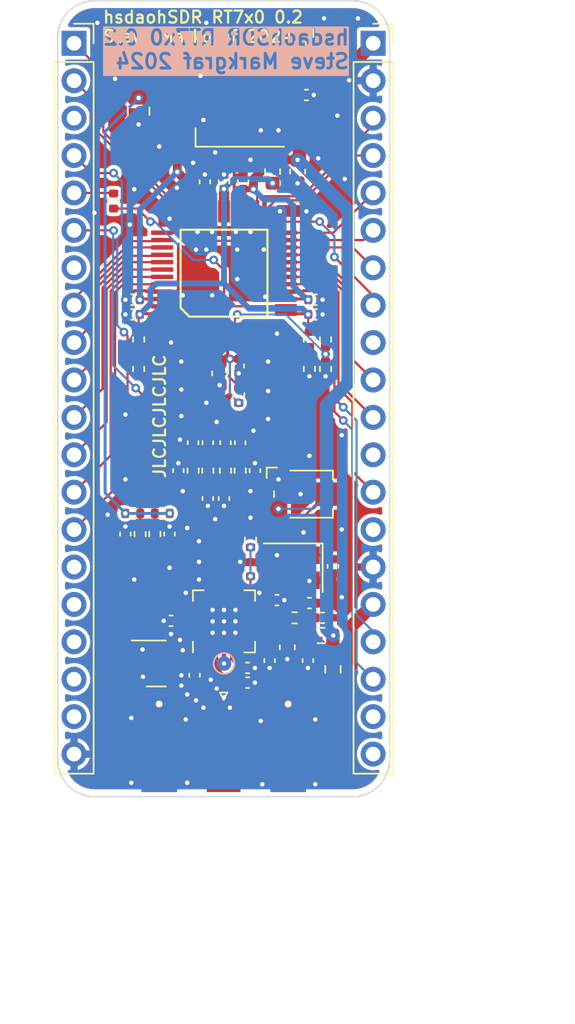
<source format=kicad_pcb>
(kicad_pcb (version 20221018) (generator pcbnew)
  (layers (0 "F.Cu" signal) (31 "B.Cu" signal) (34 "B.Paste" user) (35 "F.Paste" user) (36 "B.SilkS" user "B.Silkscreen") (37 "F.SilkS" user "F.Silkscreen") (38 "B.Mask" user) (39 "F.Mask" user) (44 "Edge.Cuts" user))
  (net 0 "")
  (net 1 "GND")
  (net 2 "3V3_RF")
  (net 3 "XTAL1")
  (net 4 "XTAL2")
  (net 5 "Net-(C1-Pad2)")
  (net 6 "I_N")
  (net 7 "Q_N")
  (net 8 "I_P")
  (net 9 "Q_P")
  (net 10 "I2C_SDA")
  (net 11 "I2C_SCL")
  (net 12 "AGC")
  (net 13 "3V3")
  (net 14 "5V_IN")
  (net 15 "Net-(U3-REFIN_A)")
  (net 16 "Net-(J1-In)")
  (net 22 "3V3_FPGA")
  (net 28 "Net-(U1-DET)")
  (net 29 "SCLK")
  (net 30 "SDA")
  (net 31 "Net-(R6-Pad2)")
  (net 32 "DFS")
  (net 33 "Net-(U3-S2)")
  (net 34 "Net-(U3-S1)")
  (net 35 "Net-(U1-VBG)")
  (net 36 "Net-(C7-Pad2)")
  (net 37 "Net-(U1-RFIN)")
  (net 38 "Net-(U1-CP)")
  (net 39 "ADC_CLK")
  (net 40 "D9_B")
  (net 41 "D8_B")
  (net 42 "D7_B")
  (net 43 "D6_B")
  (net 44 "D5_B")
  (net 45 "D4_B")
  (net 46 "D3_B")
  (net 47 "D2_B")
  (net 48 "D1_B")
  (net 49 "D0_B")
  (net 50 "D0_A")
  (net 51 "D1_A")
  (net 52 "D2_A")
  (net 53 "D3_A")
  (net 54 "D4_A")
  (net 55 "D5_A")
  (net 56 "D6_A")
  (net 57 "D7_A")
  (net 58 "D8_A")
  (net 59 "D9_A")
  (net 60 "Net-(J2-Pin_5)")
  (net 61 "3V3_A")
  (net 62 "BBIN")
  (net 63 "BBQN")
  (net 64 "BBIP")
  (net 65 "BBQP")
  (net 66 "Net-(C34-Pad2)")
  (net 68 "Net-(U1-LT)")
  (net 71 "Net-(C11-Pad1)")
  (net 72 "Net-(C12-Pad1)")
  (net 73 "Net-(C13-Pad1)")
  (net 74 "Net-(C14-Pad1)")
  (footprint "Capacitor_SMD:C_0402_1005Metric" (layer "F.Cu") (at 137.5 72.31 90)
    (fp_text reference "C12" hide)
    (fp_text value "100n")
  )
  (footprint "Connector_Coaxial:SMA_Molex_73251-1153_EdgeMount_Horizontal" (layer "F.Cu") (at 138.575 91.77 90)
    (fp_text reference "J1" hide)
    (fp_text value "RF_IN")
  )
  (footprint "agg:LQFP-48" (layer "F.Cu") (at 138.6 60.8 90)
    (fp_text reference "U3")
    (fp_text value "AD9218")
  )
  (footprint "Package_TO_SOT_SMD:SOT-23" (layer "F.Cu") (at 134 87.3)
    (fp_text reference "D1" hide)
    (fp_text value "BAV99")
  )
  (footprint "Resistor_SMD:R_0402_1005Metric" (layer "F.Cu") (at 132.8 67.3 90)
    (fp_text reference "R9" hide)
    (fp_text value "0R")
  )
  (footprint "Capacitor_SMD:C_0402_1005Metric" (layer "F.Cu") (at 136.5 72.31 90)
    (fp_text reference "C14" hide)
    (fp_text value "100n")
  )
  (footprint "Capacitor_SMD:C_0402_1005Metric" (layer "F.Cu") (at 140.4 80.9 -90)
    (fp_text reference "C17" hide)
    (fp_text value "100n")
  )
  (footprint "Resistor_SMD:R_0402_1005Metric" (layer "F.Cu") (at 132.9 78.51 -90)
    (fp_text reference "R4" hide)
    (fp_text value "100R")
  )
  (footprint "Resistor_SMD:R_0402_1005Metric" (layer "F.Cu") (at 133.9 78.51 -90)
    (fp_text reference "R5" hide)
    (fp_text value "100R")
  )
  (footprint "Resistor_SMD:R_0402_1005Metric" (layer "F.Cu") (at 131.1 55.9 90)
    (fp_text reference "R15" hide)
    (fp_text value "50R")
  )
  (footprint "Capacitor_SMD:C_0402_1005Metric" (layer "F.Cu") (at 144.8 63.6)
    (fp_text reference "C22" hide)
    (fp_text value "100n")
  )
  (footprint "Capacitor_SMD:C_0402_1005Metric" (layer "F.Cu") (at 137.3 54.6 90)
    (fp_text reference "C20" hide)
    (fp_text value "100n")
  )
  (footprint "Resistor_SMD:R_0402_1005Metric" (layer "F.Cu") (at 145.5 65.3 -90)
    (fp_text reference "R12" hide)
    (fp_text value "0R")
  )
  (footprint "Capacitor_SMD:C_0805_2012Metric" (layer "F.Cu") (at 145.4 44.5 90)
    (fp_text reference "C24" hide)
    (fp_text value "10uF")
  )
  (footprint "Capacitor_SMD:C_0402_1005Metric" (layer "F.Cu") (at 140.2 87.6 180)
    (fp_text reference "C1" hide)
    (fp_text value "100n")
  )
  (footprint "Resistor_SMD:R_0402_1005Metric" (layer "F.Cu") (at 145.5 67.3 -90)
    (fp_text reference "R13" hide)
    (fp_text value "0R")
  )
  (footprint "Resistor_SMD:R_0402_1005Metric" (layer "F.Cu") (at 137.5 74.21 90)
    (fp_text reference "R18" hide)
    (fp_text value "0R")
  )
  (footprint "Capacitor_SMD:C_0603_1608Metric" (layer "F.Cu") (at 138.3 67.6 -90)
    (fp_text reference "C25" hide)
    (fp_text value "10uF")
  )
  (footprint "Capacitor_SMD:C_0402_1005Metric" (layer "F.Cu") (at 142.2 83 180)
    (fp_text reference "C5" hide)
    (fp_text value "9p")
  )
  (footprint "Capacitor_SMD:C_0402_1005Metric" (layer "F.Cu") (at 145.3 84.2 180)
    (fp_text reference "C34" hide)
    (fp_text value "6.8n")
  )
  (footprint "Capacitor_SMD:C_0402_1005Metric" (layer "F.Cu") (at 138.6 54.6 90)
    (fp_text reference "C23" hide)
    (fp_text value "100n")
  )
  (footprint "Capacitor_SMD:C_0402_1005Metric" (layer "F.Cu") (at 144.3 87.1 90)
    (fp_text reference "C4" hide)
    (fp_text value "100n")
  )
  (footprint "Resistor_SMD:R_0402_1005Metric" (layer "F.Cu") (at 132.8 65.3 90)
    (fp_text reference "R8" hide)
    (fp_text value "0R")
  )
  (footprint "Resistor_SMD:R_0402_1005Metric" (layer "F.Cu") (at 138.7 74.21 90)
    (fp_text reference "R17" hide)
    (fp_text value "0R")
  )
  (footprint "Connector_PinSocket_2.54mm:PinSocket_1x20_P2.54mm_Vertical" (layer "F.Cu") (at 128.41 45.19)
    (fp_text reference "J2" hide)
    (fp_text value "Conn_01x20_Socket")
  )
  (footprint "Capacitor_SMD:C_0805_2012Metric" (layer "F.Cu") (at 132.8 49.8 -90)
    (fp_text reference "C30" hide)
    (fp_text value "10uF")
  )
  (footprint "Capacitor_SMD:C_0402_1005Metric" (layer "F.Cu") (at 135 84.4)
    (fp_text reference "C7" hide)
    (fp_text value "100n")
  )
  (footprint "Resistor_SMD:R_0402_1005Metric" (layer "F.Cu") (at 139.6 69.1 -90)
    (fp_text reference "R7" hide)
    (fp_text value "0R")
  )
  (footprint "Capacitor_SMD:C_0402_1005Metric" (layer "F.Cu") (at 132.4 62.6 180)
    (fp_text reference "C21" hide)
    (fp_text value "100n")
  )
  (footprint "Resistor_SMD:R_0603_1608Metric" (layer "F.Cu") (at 146 87.7 90)
    (fp_text reference "R14" hide)
    (fp_text value "0R")
  )
  (footprint "Resistor_SMD:R_0402_1005Metric" (layer "F.Cu") (at 144.4 65.3 90)
    (fp_text reference "R10" hide)
    (fp_text value "0R")
  )
  (footprint "Capacitor_SMD:C_0402_1005Metric" (layer "F.Cu") (at 139.7 72.31 90)
    (fp_text reference "C13" hide)
    (fp_text value "100n")
  )
  (footprint "Capacitor_SMD:C_0402_1005Metric" (layer "F.Cu") (at 138.7 72.31 90)
    (fp_text reference "C11" hide)
    (fp_text value "100n")
  )
  (footprint "Capacitor_SMD:C_0402_1005Metric" (layer "F.Cu") (at 138.6 76.1 90)
    (fp_text reference "C10" hide)
    (fp_text value "4.7p")
  )
  (footprint "Crystal:Crystal_SMD_3225-4Pin_3.2x2.5mm" (layer "F.Cu") (at 143.3 80.8 180)
    (fp_text reference "Y1" hide)
    (fp_text value "27 MHz")
  )
  (footprint "Capacitor_SMD:C_0603_1608Metric" (layer "F.Cu") (at 143.6 53.9 -90)
    (fp_text reference "C31" hide)
    (fp_text value "4.7uF")
  )
  (footprint "Package_TO_SOT_SMD:SOT-223-3_TabPin2" (layer "F.Cu") (at 138.575 48.8 180)
    (fp_text reference "U2" hide)
    (fp_text value "AMS1117-3.3")
  )
  (footprint "Resistor_SMD:R_0402_1005Metric" (layer "F.Cu") (at 139.7 74.21 90)
    (fp_text reference "R16" hide)
    (fp_text value "0R")
  )
  (footprint "Resistor_SMD:R_0402_1005Metric" (layer "F.Cu") (at 132.4 77.11 180)
    (fp_text reference "R3" hide)
    (fp_text value "2.2k")
  )
  (footprint "Resistor_SMD:R_0603_1608Metric" (layer "F.Cu") (at 145.2 85.4 180)
    (fp_text reference "FB1" hide)
    (fp_text value "Bead")
  )
  (footprint "Capacitor_SMD:C_0402_1005Metric" (layer "F.Cu") (at 143.8 45.2 90)
    (fp_text reference "C27" hide)
    (fp_text value "100n")
  )
  (footprint "Capacitor_SMD:C_0402_1005Metric" (layer "F.Cu") (at 136.6 88.1 90)
    (fp_text reference "C32" hide)
    (fp_text value "100p")
  )
  (footprint "Capacitor_SMD:C_0402_1005Metric" (layer "F.Cu") (at 132.4 63.6 180)
    (fp_text reference "C26" hide)
    (fp_text value "100n")
  )
  (footprint "Resistor_SMD:R_0402_1005Metric" (layer "F.Cu") (at 143.4 84.2 180)
    (fp_text reference "R1" hide)
    (fp_text value "5.6k")
  )
  (footprint "qfn20:QFN-20-1EP_4x4mm_P0.5mm_EP2.15x2.15mm_ThermalVias" (layer "F.Cu") (at 138.6 84.44 90)
    (fp_text reference "U1" hide)
    (fp_text value "~")
  )
  (footprint "Connector_PinSocket_2.54mm:PinSocket_1x20_P2.54mm_Vertical" (layer "F.Cu") (at 148.73 45.19)
    (fp_text reference "J3" hide)
    (fp_text value "Conn_01x20_Socket")
  )
  (footprint "Capacitor_SMD:C_0402_1005Metric" (layer "F.Cu") (at 141.7 87.1 90)
    (fp_text reference "C6" hide)
    (fp_text value "100n")
  )
  (footprint "Capacitor_SMD:C_0402_1005Metric" (layer "F.Cu") (at 139.6 67.1 -90)
    (fp_text reference "C28" hide)
    (fp_text value "100n")
  )
  (footprint "Resistor_SMD:R_0402_1005Metric" (layer "F.Cu") (at 136.5 74.21 90)
    (fp_text reference "R19" hide)
    (fp_text value "0R")
  )
  (footprint "Capacitor_SMD:C_0603_1608Metric" (layer "F.Cu") (at 142.9 86.2 -90)
    (fp_text reference "C8" hide)
    (fp_text value "10uF")
  )
  (footprint "Resistor_SMD:R_0402_1005Metric" (layer "F.Cu") (at 140.4 78.9 90)
    (fp_text reference "R6" hide)
    (fp_text value "10k")
  )
  (footprint "Inductor_SMD:L_0603_1608Metric" (layer "F.Cu") (at 141.9 53.9 -90)
    (fp_text reference "L1" hide)
    (fp_text value "1uH")
  )
  (footprint "Capacitor_SMD:C_0402_1005Metric" (layer "F.Cu") (at 139.9 54.6 -90)
    (fp_text reference "C19" hide)
    (fp_text value "100n")
  )
  (footprint "Capacitor_SMD:C_0402_1005Metric" (layer "F.Cu") (at 144.8 62.6)
    (fp_text reference "C18" hide)
    (fp_text value "100n")
  )
  (footprint "Capacitor_SMD:C_0402_1005Metric" (layer "F.Cu") (at 144.2 48.7)
    (fp_text reference "C29" hide)
    (fp_text value "100n")
  )
  (footprint "Resistor_SMD:R_0402_1005Metric" (layer "F.Cu") (at 134.4 77.11)
    (fp_text reference "R2" hide)
    (fp_text value "2.2k")
  )
  (footprint "Potentiometer_SMD:Potentiometer_Bourns_TC33X_Vertical" (layer "F.Cu") (at 144.1 75.8)
    (fp_text reference "RV1" hide)
    (fp_text value "10k")
  )
  (footprint "Capacitor_SMD:C_0402_1005Metric" (layer "F.Cu") (at 134.9 78.51 90)
    (fp_text reference "C16" hide)
    (fp_text value "39p")
  )
  (footprint "Capacitor_SMD:C_0402_1005Metric" (layer "F.Cu") (at 135.5 74.2 -90)
    (fp_text reference "C36" hide)
    (fp_text value "4.7p")
  )
  (footprint "Capacitor_SMD:C_0402_1005Metric" (layer "F.Cu") (at 131.9 78.51 90)
    (fp_text reference "C15" hide)
    (fp_text value "39p")
  )
  (footprint "Capacitor_SMD:C_0402_1005Metric" (layer "F.Cu") (at 137.5 76.1 90)
    (fp_text reference "C35" hide)
    (fp_text value "4.7p")
  )
  (footprint "Capacitor_SMD:C_0402_1005Metric" (layer "F.Cu") (at 146 80.7 90)
    (fp_text reference "C2" hide)
    (fp_text value "9p")
  )
  (footprint "Capacitor_SMD:C_0402_1005Metric" (layer "F.Cu") (at 144.4 83.2 180)
    (fp_text reference "C33" hide)
    (fp_text value "330p")
  )
  (footprint "Resistor_SMD:R_0402_1005Metric" (layer "F.Cu") (at 144.4 67.3 90)
    (fp_text reference "R11" hide)
    (fp_text value "0R")
  )
  (footprint "Capacitor_SMD:C_0402_1005Metric" (layer "F.Cu") (at 140.7 74.2 -90)
    (fp_text reference "C9" hide)
    (fp_text value "4.7p")
  )
  (footprint "Capacitor_SMD:C_0402_1005Metric" (layer "F.Cu") (at 140.2 88.6 180)
    (fp_text reference "C3" hide)
    (fp_text value "100n")
  )
  (footprint "TestPoint:TestPoint_Pad_D1.0mm" (layer "B.Cu") (at 138.6 87.3 180)
    (fp_text reference "TP1" hide)
    (fp_text value "TestPoint_Small")
  )
  (gr_rect (start 140.480768 49.964317) (end 142.880768 52.264317) (stroke (width 0.254)) (fill solid) (layer "F.Cu"))
  (gr_rect (start 144.41497 42.928014) (end 146.468538 44.199461) (stroke (width 0.254)) (fill solid) (layer "F.Cu"))
  (gr_rect (start 137.2 85.8) (end 137.6 87.4) (stroke (width 0.01)) (fill solid) (layer "F.Cu"))
  (gr_rect (start 136.4 48.174915) (end 141.12963 49.42241) (stroke (width 0.254)) (fill solid) (layer "F.Cu"))
  (gr_rect (start 132.008627 89.386839) (end 136.336858 95.721327) (stroke (width 0.254)) (fill solid) (layer "F.Cu"))
  (gr_rect (start 140.755985 88.92763) (end 145.084216 95.710375) (stroke (width 0.254)) (fill solid) (layer "F.Cu"))
  (gr_rect (start 140.755985 88.92763) (end 145.084216 95.710375) (stroke (width 0.254)) (fill solid) (layer "B.Cu"))
  (gr_rect (start 137.282343 83.12313) (end 139.917658 85.7) (stroke (width 0.254)) (fill solid) (layer "B.Cu"))
  (gr_rect (start 132.008627 89.386839) (end 136.336858 95.721327) (stroke (width 0.254)) (fill solid) (layer "B.Cu"))
  (gr_line locked (start 149.85 44.8) (end 149.85 93.84) (stroke (width 0.1)) (layer "Edge.Cuts"))
  (gr_line locked (start 127.3 93.84) (end 127.3 44.8) (stroke (width 0.1)) (layer "Edge.Cuts"))
  (gr_line locked (start 129.8 42.3) (end 147.35 42.3) (stroke (width 0.1)) (layer "Edge.Cuts"))
  (gr_arc locked (start 127.3 44.8) (mid 128.032233 43.032233) (end 129.8 42.3) (stroke (width 0.1)) (layer "Edge.Cuts"))
  (gr_arc locked (start 149.85 93.84) (mid 149.117767 95.607767) (end 147.35 96.34) (stroke (width 0.1)) (layer "Edge.Cuts"))
  (gr_arc locked (start 147.35 42.3) (mid 149.117766 43.032233) (end 149.85 44.8) (stroke (width 0.1)) (layer "Edge.Cuts"))
  (gr_line locked (start 129.8 96.34) (end 147.35 96.34) (stroke (width 0.1)) (layer "Edge.Cuts"))
  (gr_arc locked (start 129.8 96.34) (mid 128.032233 95.607767) (end 127.3 93.84) (stroke (width 0.1)) (layer "Edge.Cuts"))
  (gr_text "hsdaohSDR RT7x0 0.2\nSteve Markgraf 2024" (at 147.2 47) (layer "B.SilkS" knockout) (effects (font (size 1 1) (thickness 0.2) bold) (justify left bottom mirror)))
  (gr_text "JLCJLCJLCJLC" (at 134.7 74.8 90) (layer "F.SilkS") (effects (font (size 0.8128 0.8128) (thickness 0.1524) bold) (justify left bottom)))
  (gr_text "hsdaohSDR RT7x0 0.2\nSteve Markgraf 2024" (at 130.3 45.2) (layer "F.SilkS") (effects (font (size 0.8128 0.8128) (thickness 0.1524) bold) (justify left bottom)))
  (segment (start 135.8 62.3) (end 135.5 62.1) (width 0.2) (layer "F.Cu") (net 1))
  (segment (start 137.91 54.73) (end 137.91 55.1) (width 0.2) (layer "F.Cu") (net 1))
  (segment (start 137.85 56.6) (end 137.85 55.466134) (width 0.2) (layer "F.Cu") (net 1))
  (segment (start 139.29 53.41) (end 139.6 53.1) (width 0.2) (layer "F.Cu") (net 1))
  (segment (start 137.91 55.1) (end 137.91 54.79) (width 0.2) (layer "F.Cu") (net 1))
  (segment (start 143.1 77.7) (end 140.7 77.7) (width 0.2) (layer "F.Cu") (net 1))
  (segment (start 136.8 58) (end 135.8 58) (width 0.3) (layer "F.Cu") (net 1))
  (segment (start 137.85 57.95) (end 137.8 58) (width 0.2) (layer "F.Cu") (net 1))
  (segment (start 140.4 58) (end 140.4 57.65) (width 0.2) (layer "F.Cu") (net 1))
  (segment (start 139.35 56.6) (end 139.35 55.466134) (width 0.2) (layer "F.Cu") (net 1))
  (segment (start 137.85 56.6) (end 137.85 57.95) (width 0.2) (layer "F.Cu") (net 1))
  (segment (start 141.4 62.4) (end 141.45 62.4) (width 0.2) (layer "F.Cu") (net 1))
  (segment (start 137.91 55.406134) (end 137.91 55.1) (width 0.2) (layer "F.Cu") (net 1))
  (segment (start 139.35 57.95) (end 139.4 58) (width 0.2) (layer "F.Cu") (net 1))
  (segment (start 139.35 55.466134) (end 139.29 55.406134) (width 0.2) (layer "F.Cu") (net 1))
  (segment (start 137.3 54.12) (end 137.91 54.73) (width 0.2) (layer "F.Cu") (net 1))
  (segment (start 131.92 63.6) (end 131.92 62.62) (width 0.4) (layer "F.Cu") (net 1))
  (segment (start 145.28 63.6) (end 145.3 63.6) (width 0.4) (layer "F.Cu") (net 1))
  (segment (start 137.6 86.3775) (end 137.6 87.2) (width 0.2) (layer "F.Cu") (net 1))
  (segment (start 134.4 62.05) (end 135.45 62.05) (width 0.2) (layer "F.Cu") (net 1))
  (segment (start 145.3 62.6) (end 145.28 62.6) (width 0.4) (layer "F.Cu") (net 1))
  (segment (start 133.29 61.99) (end 133.35 62.05) (width 0.2) (layer "F.Cu") (net 1))
  (segment (start 143.3 77.5) (end 143.1 77.7) (width 0.2) (layer "F.Cu") (net 1))
  (segment (start 136.85 56.6) (end 136.85 57.95) (width 0.2) (layer "F.Cu") (net 1))
  (segment (start 132.42 81.6) (end 132.42 81.68) (width 0.15) (layer "F.Cu") (net 1))
  (segment (start 137.85 55.466134) (end 137.91 55.406134) (width 0.2) (layer "F.Cu") (net 1))
  (segment (start 139.48 54.12) (end 139.9 54.12) (width 0.2) (layer "F.Cu") (net 1))
  (segment (start 137.91 52.69) (end 137.91 54.73) (width 0.2) (layer "F.Cu") (net 1))
  (segment (start 136.85 57.95) (end 136.8 58) (width 0.2) (layer "F.Cu") (net 1))
  (segment (start 140.4 57.65) (end 140.35 57.6) (width 0.2) (layer "F.Cu") (net 1))
  (segment (start 140.7 77.7) (end 140.4 77.4) (width 0.2) (layer "F.Cu") (net 1))
  (segment (start 139.29 55.406134) (end 139.29 54.7) (width 0.2) (layer "F.Cu") (net 1))
  (segment (start 138.325 84.94) (end 138.6 85.215) (width 0.2) (layer "F.Cu") (net 1))
  (segment (start 143.3 76.3) (end 143.3 77.5) (width 0.2) (layer "F.Cu") (net 1))
  (segment (start 143.8 75.8) (end 143.3 76.3) (width 0.2) (layer "F.Cu") (net 1))
  (segment (start 137.6 87.2) (end 137.5 87.3) (width 0.2) (layer "F.Cu") (net 1))
  (segment (start 139.29 54.31) (end 139.48 54.12) (width 0.2) (layer "F.Cu") (net 1))
  (segment (start 138 77.2) (end 138.6 76.6) (width 0.4) (layer "F.Cu") (net 1))
  (segment (start 135.45 62.05) (end 135.8 62.3) (width 0.2) (layer "F.Cu") (net 1))
  (segment (start 145.28 62.6) (end 144.67 61.99) (width 0.2) (layer "F.Cu") (net 1))
  (segment (start 141.45 62.4) (end 141.8 62.05) (width 0.2) (layer "F.Cu") (net 1))
  (segment (start 136.6625 84.94) (end 138.325 84.94) (width 0.2) (layer "F.Cu") (net 1))
  (segment (start 139.29 54.7) (end 139.29 53.41) (width 0.2) (layer "F.Cu") (net 1))
  (segment (start 135.8 58) (end 134.9 57.1) (width 0.3) (layer "F.Cu") (net 1))
  (segment (start 144.67 61.99) (end 143.993866 61.99) (width 0.2) (layer "F.Cu") (net 1))
  (segment (start 137.6 85.44) (end 137.825 85.215) (width 0.2) (layer "F.Cu") (net 1))
  (segment (start 139.6 67.58) (end 139.6 67.6) (width 0.15) (layer "F.Cu") (net 1))
  (segment (start 139.29 54.7) (end 139.29 54.31) (width 0.2) (layer "F.Cu") (net 1))
  (segment (start 138 77.5) (end 138 77.2) (width 0.4) (layer "F.Cu") (net 1))
  (segment (start 133.35 62.05) (end 134.4 62.05) (width 0.2) (layer "F.Cu") (net 1))
  (segment (start 141.8 62.05) (end 142.8 62.05) (width 0.2) (layer "F.Cu") (net 1))
  (segment (start 132.53 61.99) (end 133.29 61.99) (width 0.2) (layer "F.Cu") (net 1))
  (segment (start 145.3 63.6) (end 145.3 62.6) (width 0.4) (layer "F.Cu") (net 1))
  (segment (start 137.91 54.79) (end 138.6 54.1) (width 0.2) (layer "F.Cu") (net 1))
  (segment (start 143.993866 61.99) (end 143.933866 62.05) (width 0.2) (layer "F.Cu") (net 1))
  (segment (start 139.35 56.6) (end 139.35 57.95) (width 0.2) (layer "F.Cu") (net 1))
  (segment (start 131.92 62.6) (end 132.53 61.99) (width 0.2) (layer "F.Cu") (net 1))
  (segment (start 132.42 81.68) (end 132.4 81.7) (width 0.15) (layer "F.Cu") (net 1))
  (segment (start 143.933866 62.05) (end 142.8 62.05) (width 0.2) (layer "F.Cu") (net 1))
  (segment (start 137.6 86.3775) (end 137.6 85.44) (width 0.2) (layer "F.Cu") (net 1))
  (segment (start 131.92 62.62) (end 131.9 62.6) (width 0.4) (layer "F.Cu") (net 1))
  (segment (start 140.35 57.6) (end 140.35 56.6) (width 0.2) (layer "F.Cu") (net 1))
  (segment (start 139.6 53.1) (end 140.4 53.1) (width 0.2) (layer "F.Cu") (net 1))
  (segment (start 138 52.6) (end 137.91 52.69) (width 0.2) (layer "F.Cu") (net 1))
  (via (at 134.9 57.1) (size 0.6) (drill 0.3) (layers "F.Cu" "B.Cu") (net 1))
  (via (at 137 47.4) (size 0.6) (drill 0.3) (layers "F.Cu" "B.Cu") (net 1))
  (via (at 140.4 53.1) (size 0.6) (drill 0.3) (layers "F.Cu" "B.Cu") (net 1))
  (via (at 139.6 67.6) (size 0.6) (drill 0.3) (layers "F.Cu" "B.Cu") (net 1))
  (via (at 136 91.1) (size 0.6) (drill 0.3) (layers "F.Cu" "B.Cu") (net 1))
  (via (at 141.2 95.5) (size 0.6) (drill 0.3) (layers "F.Cu" "B.Cu") (net 1))
  (via (at 142.3 74.8) (size 0.6) (drill 0.3) (layers "F.Cu" "B.Cu") (net 1))
  (via (at 140.6 71.5) (size 0.6) (drill 0.3) (layers "F.Cu" "B.Cu") (net 1))
  (via (at 135 65.5) (size 0.6) (drill 0.3) (layers "F.Cu" "B.Cu") (net 1))
  (via (at 147.7 43.5) (size 0.6) (drill 0.3) (layers "F.Cu" "B.Cu") (net 1))
  (via (at 144.3 87.6) (size 0.6) (drill 0.3) (layers "F.Cu" "B.Cu") (net 1))
  (via (at 137.3 54.1) (size 0.6) (drill 0.3) (layers "F.Cu" "B.Cu") (net 1))
  (via (at 141.3 59.2) (size 0.6) (drill 0.3) (layers "F.Cu" "B.Cu") (net 1))
  (via (at 139.5 59.199999) (size 0.6) (drill 0.3) (layers "F.Cu" "B.Cu") (net 1))
  (via (at 139.7 80.4) (size 0.6) (drill 0.3) (layers "F.Cu" "B.Cu") (net 1))
  (via (at 135.5 73.7) (size 0.6) (drill 0.3) (layers "F.Cu" "B.Cu") (net 1))
  (via (at 133.0625 86.35) (size 0.6) (drill 0.3) (layers "F.Cu" "B.Cu") (net 1))
  (via (at 140.7 87.6) (size 0.6) (drill 0.3) (layers "F.Cu" "B.Cu") (net 1))
  (via (at 138.6 76.6) (size 0.6) (drill 0.3) (layers "F.Cu" "B.Cu") (net 1))
  (via (at 135.7 70.5) (size 0.6) (drill 0.3) (layers "F.Cu" "B.Cu") (net 1))
  (via (at 144 78.4) (size 0.6) (drill 0.3) (layers "F.Cu" "B.Cu") (net 1))
  (via (at 135.7 66.8) (size 0.6) (drill 0.3) (layers "F.Cu" "B.Cu") (net 1))
  (via (at 132.5 55.1) (size 0.6) (drill 0.3) (layers "F.Cu" "B.Cu") (net 1))
  (via (at 141.4 62.4) (size 0.6) (drill 0.3) (layers "F.Cu" "B.Cu") (net 1))
  (via (at 141.6 70.7) (size 0.6) (drill 0.3) (layers "F.Cu" "B.Cu") (net 1))
  (via (at 135.6 85.7) (size 0.6) (drill 0.3) (layers "F.Cu" "B.Cu") (net 1))
  (via (at 131.9 74.8) (size 0.6) (drill 0.3) (layers "F.Cu" "B.Cu") (net 1))
  (via (at 135.8 75.6) (size 0.6) (drill 0.3) (layers "F.Cu" "B.Cu") (net 1))
  (via (at 145.5 67.8) (size 0.6) (drill 0.3) (layers "F.Cu" "B.Cu") (net 1))
  (via (at 144.4 67.8) (size 0.6) (drill 0.3) (layers "F.Cu" "B.Cu") (net 1))
  (via (at 142.2 64.9) (size 0.6) (drill 0.3) (layers "F.Cu" "B.Cu") (net 1))
  (via (at 135.7 88.1) (size 0.6) (drill 0.3) (layers "F.Cu" "B.Cu") (net 1))
  (via (at 136.7 89.8) (size 0.6) (drill 0.3) (layers "F.Cu" "B.Cu") (net 1))
  (via (at 146.6 82.8) (size 0.6) (drill 0.3) (layers "F.Cu" "B.Cu") (net 1))
  (via (at 142.4 56.6) (size 0.6) (drill 0.3) (layers "F.Cu" "B.Cu") (net 1))
  (via (at 138 52.6) (size 0.6) (drill 0.3) (layers "F.Cu" "B.Cu") (net 1))
  (via (at 132.5 81.6) (size 0.6) (drill 0.3) (layers "F.Cu" "B.Cu") (net 1))
  (via (at 136.9 81.6) (size 0.6) (drill 0.3) (layers "F.Cu" "B.Cu") (net 1))
  (via (at 145.4 43.5) (size 0.6) (drill 0.3) (layers "F.Cu" "B.Cu") (net 1))
  (via (at 146.6 71.8) (size 0.6) (drill 0.3) (layers "F.Cu" "B.Cu") (net 1))
  (via (at 139.5 61.2) (size 0.6) (drill 0.3) (layers "F.Cu" "B.Cu") (net 1))
  (via (at 141.1 51.1) (size 0.6) (drill 0.3) (layers "F.Cu" "B.Cu") (net 1))
  (via (at 135.4 55) (size 0.6) (drill 0.3) (layers "F.Cu" "B.Cu") (net 1))
  (via (at 136.1 95.4) (size 0.6) (drill 0.3) (layers "F.Cu" "B.Cu") (net 1))
  (via (at 142.3 51.1) (size 0.6) (drill 0.3) (layers "F.Cu" "B.Cu") (net 1))
  (via (at 137.2 50.4) (size 0.6) (drill 0.3) (layers "F.Cu" "B.Cu") (net 1))
  (via (at 131.9 70.4) (size 0.6) (drill 0.3) (layers "F.Cu" "B.Cu") (net 1))
  (via (at 134.2 52.2) (size 0.6) (drill 0.3) (layers "F.Cu" "B.Cu") (net 1))
  (via (at 137.8 62.3) (size 0.6) (drill 0.3) (layers "F.Cu" "B.Cu") (net 1))
  (via (at 132.3 95.4) (size 0.6) (drill 0.3) (layers "F.Cu" "B.Cu") (net 1))
  (via (at 137.4 43.8) (size 0.6) (drill 0.3) (layers "F.Cu" "B.Cu") (net 1))
  (via (at 142.7 83) (size 0.6) (drill 0.3) (layers "F.Cu" "B.Cu") (net 1))
  (via (at 138.3 68.4) (size 0.6) (drill 0.3) (layers "F.Cu" "B.Cu") (net 1))
  (via (at 140.7 73.7) (size 0.6) (drill 0.3) (layers "F.Cu" "B.Cu") (net 1))
  (via (at 144.4 73.2) (size 0.6) (drill 0.3) (layers "F.Cu" "B.Cu") (net 1))
  (via (at 144.8 95.5) (size 0.6) (drill 0.3) (layers "F.Cu" "B.Cu") (net 1))
  (via (at 135.6 72.1) (size 0.6) (drill 0.3) (layers "F.Cu" "B.Cu") (net 1))
  (via (at 141.6 66.8) (size 0.6) (drill 0.3) (layers "F.Cu" "B.Cu") (net 1))
  (via (at 142.9 87) (size 0.6) (drill 0.3) (layers "F.Cu" "B.Cu") (net 1))
  (via (at 135.8 86.4) (size 0.6) (drill 0.3) (layers "F.Cu" "B.Cu") (net 1))
  (via (at 138 77.5) (size 0.6) (drill 0.3) (layers "F.Cu" "B.Cu") (net 1))
  (via (at 145.3 63.6) (size 0.6) (drill 0.3) (layers "F.Cu" "B.Cu") (net 1))
  (via (at 140.4 77.4) (size 0.6) (drill 0.3) (layers "F.Cu" "B.Cu") (net 1))
  (via (at 138.1 89) (size 0.6) (drill 0.3) (layers "F.Cu" "B.Cu") (net 1))
  (via (at 130.7 77.2) (size 0.6) (drill 0.3) (layers "F.Cu" "B.Cu") (net 1))
  (via (at 131.9 63.6) (size 0.6) (drill 0.3) (layers "F.Cu" "B.Cu") (net 1))
  (via (at 142.2 79.95) (size 0.6) (drill 0.3) (layers "F.Cu" "B.Cu") (net 1))
  (via (at 133.1 88.2) (size 0.6) (drill 0.3) (layers "F.Cu" "B.Cu") (net 1))
  (via (at 139.4 58) (size 0.6) (drill 0.3) (layers "F.Cu" "B.Cu") (net 1))
  (via (at 145.3 62.6) (size 0.6) (drill 0.3) (layers "F.Cu" "B.Cu") (net 1))
  (via (at 136.9 80.4) (size 0.6) (drill 0.3) (layers "F.Cu" "B.Cu") (net 1))
  (via (at 144.4 81.7) (size 0.6) (drill 0.3) (layers "F.Cu" "B.Cu") (net 1))
  (via (at 139 90.3) (size 0.6) (drill 0.3) (layers "F.Cu" "B.Cu") (net 1))
  (via (at 135 85.3) (size 0.6) (drill 0.3) (layers "F.Cu" "B.Cu") (net 1))
  (via (at 137.7 88.4) (size 0.6) (drill 0.3) (layers "F.Cu" "B.Cu") (net 1))
  (via (at 132.8 50.7) (size 0.6) (drill 0.3) (layers "F.Cu" "B.Cu") (net 1))
  (via (at 137.4 59.2) (size 0.6) (drill 0.3) (layers "F.Cu" "B.Cu") (net 1))
  (via (at 135.7 88.8) (size 0.6) (drill 0.3) (layers "F.Cu" "B.Cu") (net 1))
  (via (at 134.9 80.8) (size 0.6) (drill 0.3) (layers "F.Cu" "B.Cu") (net 1))
  (via (at 131.2 47.6) (size 0.6) (drill 0.3) (layers "F.Cu" "B.Cu") (net 1))
  (via (at 143.8 75.8) (size 0.6) (drill 0.3) (layers "F.Cu" "B.Cu") (net 1))
  (via (at 146.3 50.1) (size 0.6) (drill 0.3) (layers "F.Cu" "B.Cu") (net 1))
  (via (at 136.8 58) (size 0.6) (drill 0.3) (layers "F.Cu" "B.Cu") (net 1))
  (via (at 136.1 89.4) (size 0.6) (drill 0.3) (layers "F.Cu" "B.Cu") (net 1))
  (via (at 141.1 91.2) (size 0.6) (drill 0.3) (layers "F.Cu" "B.Cu") (net 1))
  (via (at 143.6 54.7) (size 0.6) (drill 0.3) (layers "F.Cu" "B.Cu") (net 1))
  (via (at 144.7 48.7) (size 0.6) (drill 0.3) (layers "F.Cu" "B.Cu") (net 1))
  (via (at 144.2 56.6) (size 0.6) (drill 0.3) (layers "F.Cu" "B.Cu") (net 1))
  (via (at 136.5 53.3) (size 0.6) (drill 0.3) (layers "F.Cu" "B.Cu") (net 1))
  (via (at 135.8 62.3) (size 0.6) (drill 0.3) (layers "F.Cu" "B.Cu") (net 1))
  (via (at 146.6 78.2) (size 0.6) (drill 0.3) (layers "F.Cu" "B.Cu") (net 1))
  (via (at 136.1 78.1) (size 0.6) (drill 0.3) (layers "F.Cu" "B.Cu") (net 1))
  (via (at 140.7 88.6) (size 0.6) (drill 0.3) (layers "F.Cu" "B.Cu") (net 1))
  (via (at 137.4 69.6) (size 0.6) (drill 0.3) (layers "F.Cu" "B.Cu") (net 1))
  (via (at 132.2 57.5) (size 0.6) (drill 0.3) (layers "F.Cu" "B.Cu") (net 1))
  (via (at 131.9 78) (size 0.6) (drill 0.3) (layers "F.Cu" "B.Cu") (net 1))
  (via (at 147.1 47.7) (size 0.6) (drill 0.3) (layers "F.Cu" "B.Cu") (net 1))
  (via (at 136.7 59.2) (size 0.6) (drill 0.3) (layers "F.Cu" "B.Cu") (net 1))
  (via (at 131.9 62.6) (size 0.6) (drill 0.3) (layers "F.Cu" "B.Cu") (net 1))
  (via (at 137.2 90.3) (size 0.6) (drill 0.3) (layers "F.Cu" "B.Cu") (net 1))
  (via (at 137.8 58) (size 0.6) (drill 0.3) (layers "F.Cu" "B.Cu") (net 1))
  (via (at 140.4 75.6) (size 0.6) (drill 0.3) (layers "F.Cu" "B.Cu") (net 1))
  (via (at 134.9 78) (size 0.6) (drill 0.3) (layers "F.Cu" "B.Cu") (net 1))
  (via (at 138.1 70.9) (size 0.6) (drill 0.3) (layers "F.Cu" "B.Cu") (net 1))
  (via (at 136.9 79) (size 0.6) (drill 0.3) (layers "F.Cu" "B.Cu") (net 1))
  (via (at 138.6 54.1) (size 0.6) (drill 0.3) (layers "F.Cu" "B.Cu") (net 1))
  (via (at 132.3 91) (size 0.6) (drill 0.3) (layers "F.Cu" "B.Cu") (net 1))
  (via (at 141.7 87.6) (size 0.6) (drill 0.3) (layers "F.Cu" "B.Cu") (net 1))
  (via (at 138.6 89.6) (size 0.6) (drill 0.3) (layers "F.Cu" "B.Cu") (net 1))
  (via (at 130 43.8) (size 0.6) (drill 0.3) (layers "F.Cu" "B.Cu") (net 1))
  (via (at 135.7 68.7) (size 0.6) (drill 0.3) (layers "F.Cu" "B.Cu") (net 1))
  (via (at 129.8 56.7) (size 0.6) (drill 0.3) (layers "F.Cu" "B.Cu") (net 1))
  (via (at 137.5 76.6) (size 0.6) (drill 0.3) (layers "F.Cu" "B.Cu") (net 1))
  (via (at 141 82.5) (size 0.6) (drill 0.3) (layers "F.Cu" "B.Cu") (net 1))
  (via (at 141.6 68.8) (size 0.6) (drill 0.3) (layers "F.Cu" "B.Cu") (net 1))
  (via (at 136 82.5) (size 0.6) (drill 0.3) (layers "F.Cu" "B.Cu") (net 1))
  (via (at 140.4 58) (size 0.6) (drill 0.3) (layers "F.Cu" "B.Cu") (net 1))
  (via (at 134.5 84.4) (size 0.6) (drill 0.3) (layers "F.Cu" "B.Cu") (net 1))
  (via (at 146.8 54.4) (size 0.6) (drill 0.3) (layers "F.Cu" "B.Cu") (net 1))
  (via (at 145 53) (size 0.6) (drill 0.3) (layers "F.Cu" "B.Cu") (net 1))
  (via (at 144.8 91.1) (size 0.6) (drill 0.3) (layers "F.Cu" "B.Cu") (net 1))
  (segment (start 140.5375 85.44) (end 142.885 85.44) (width 0.3) (layer "F.Cu") (net 2))
  (segment (start 144.3 85.475) (end 144.375 85.4) (width 0.4) (layer "F.Cu") (net 2))
  (segment (start 144.3 86.62) (end 144.3 85.475) (width 0.4) (layer "F.Cu") (net 2))
  (segment (start 144.375 85.4) (end 142.925 85.4) (width 0.9) (layer "F.Cu") (net 2))
  (segment (start 142.885 85.44) (end 142.9 85.425) (width 0.3) (layer "F.Cu") (net 2))
  (segment (start 142.925 85.4) (end 142.9 85.425) (width 0.9) (layer "F.Cu") (net 2))
  (segment (start 143.365 83.21578) (end 143.365 80.985) (width 0.15) (layer "F.Cu") (net 3))
  (segment (start 140.5375 84.44) (end 141.446432 84.44) (width 0.15) (layer "F.Cu") (net 3))
  (segment (start 145.73 79.95) (end 146 80.22) (width 0.15) (layer "F.Cu") (net 3))
  (segment (start 142.286432 83.6) (end 142.98078 83.6) (width 0.15) (layer "F.Cu") (net 3))
  (segment (start 143.365 80.985) (end 144.4 79.95) (width 0.15) (layer "F.Cu") (net 3))
  (segment (start 144.4 79.95) (end 145.73 79.95) (width 0.15) (layer "F.Cu") (net 3))
  (segment (start 141.446432 84.44) (end 142.286432 83.6) (width 0.15) (layer "F.Cu") (net 3))
  (segment (start 142.98078 83.6) (end 143.365 83.21578) (width 0.15) (layer "F.Cu") (net 3))
  (segment (start 141.72 83.309999) (end 141.089999 83.94) (width 0.15) (layer "F.Cu") (net 4))
  (segment (start 141.72 83) (end 141.72 82.13) (width 0.15) (layer "F.Cu") (net 4))
  (segment (start 141.089999 83.94) (end 140.5375 83.94) (width 0.15) (layer "F.Cu") (net 4))
  (segment (start 141.72 83) (end 141.72 83.309999) (width 0.15) (layer "F.Cu") (net 4))
  (segment (start 141.72 82.13) (end 142.2 81.65) (width 0.15) (layer "F.Cu") (net 4))
  (segment (start 139.1 86.98) (end 139.1 86.3775) (width 0.2) (layer "F.Cu") (net 5))
  (segment (start 139.72 87.6) (end 139.1 86.98) (width 0.2) (layer "F.Cu") (net 5))
  (segment (start 137.5 71.83) (end 136.7564 71.0864) (width 0.1524) (layer "F.Cu") (net 6))
  (segment (start 136.7762 65.0738) (end 136.85 65) (width 0.1524) (layer "F.Cu") (net 6))
  (segment (start 136.7564 71.0864) (end 136.7564 66.0262) (width 0.1524) (layer "F.Cu") (net 6))
  (segment (start 136.7564 66.0262) (end 136.7762 66.0262) (width 0.1524) (layer "F.Cu") (net 6))
  (segment (start 136.7762 66.0262) (end 136.7762 65.0738) (width 0.1524) (layer "F.Cu") (net 6))
  (segment (start 140.3968 70.1332) (end 140.3968 66.171801) (width 0.1524) (layer "F.Cu") (net 7))
  (segment (start 140.3968 66.171801) (end 140.35 66.125001) (width 0.1524) (layer "F.Cu") (net 7))
  (segment (start 140.35 66.125001) (end 140.35 65) (width 0.1524) (layer "F.Cu") (net 7))
  (segment (start 138.7 71.83) (end 140.3968 70.1332) (width 0.1524) (layer "F.Cu") (net 7))
  (segment (start 136.5 71.83) (end 136.5 71.404737) (width 0.1524) (layer "F.Cu") (net 8))
  (segment (start 136.35 71.254737) (end 136.35 65) (width 0.1524) (layer "F.Cu") (net 8))
  (segment (start 136.5 71.404737) (end 136.35 71.254737) (width 0.1524) (layer "F.Cu") (net 8))
  (segment (start 140.8032 70.301537) (end 140.8032 66.171801) (width 0.1524) (layer "F.Cu") (net 9))
  (segment (start 140.8032 66.171801) (end 140.85 66.125001) (width 0.1524) (layer "F.Cu") (net 9))
  (segment (start 140.85 66.125001) (end 140.85 65) (width 0.1524) (layer "F.Cu") (net 9))
  (segment (start 139.7 71.83) (end 139.7 71.404737) (width 0.1524) (layer "F.Cu") (net 9))
  (segment (start 139.7 71.404737) (end 140.8032 70.301537) (width 0.1524) (layer "F.Cu") (net 9))
  (segment (start 132.9 77.12) (end 132.91 77.11) (width 0.15) (layer "F.Cu") (net 10))
  (segment (start 132.9 78) (end 132.9 77.12) (width 0.15) (layer "F.Cu") (net 10))
  (segment (start 132.91 77.11) (end 132.91 69.9) (width 0.15) (layer "F.Cu") (net 10))
  (segment (start 132.91 69.9) (end 132.045 69.035) (width 0.15) (layer "F.Cu") (net 10))
  (segment (start 132.045 65.045) (end 131.8 64.8) (width 0.15) (layer "F.Cu") (net 10))
  (segment (start 129.6 54) (end 128.41 52.81) (width 0.15) (layer "F.Cu") (net 10))
  (segment (start 131.1 54) (end 129.6 54) (width 0.15) (layer "F.Cu") (net 10))
  (segment (start 132.045 69.035) (end 132.045 65.045) (width 0.15) (layer "F.Cu") (net 10))
  (via (at 131.1 54) (size 0.6) (drill 0.3) (layers "F.Cu" "B.Cu") (net 10))
  (via (at 131.8 64.8) (size 0.6) (drill 0.3) (layers "F.Cu" "B.Cu") (net 10))
  (segment (start 131.655 58.129889) (end 131.655 54.555) (width 0.15) (layer "B.Cu") (net 10))
  (segment (start 131.655 54.555) (end 131.1 54) (width 0.15) (layer "B.Cu") (net 10))
  (segment (start 131.345 64.345) (end 131.345 58.439889) (width 0.15) (layer "B.Cu") (net 10))
  (segment (start 131.8 64.8) (end 131.345 64.345) (width 0.15) (layer "B.Cu") (net 10))
  (segment (start 131.345 58.439889) (end 131.655 58.129889) (width 0.15) (layer "B.Cu") (net 10))
  (segment (start 132.6 68.6) (end 133.187 69.187) (width 0.15) (layer "F.Cu") (net 11))
  (segment (start 133.187 75.9) (end 133.89 76.603) (width 0.15) (layer "F.Cu") (net 11))
  (segment (start 131.09 57.89) (end 128.41 57.89) (width 0.15) (layer "F.Cu") (net 11))
  (segment (start 133.187 69.187) (end 133.187 75.9) (width 0.15) (layer "F.Cu") (net 11))
  (segment (start 131.1 57.9) (end 131.09 57.89) (width 0.15) (layer "F.Cu") (net 11))
  (segment (start 133.89 76.603) (end 133.89 77.11) (width 0.15) (layer "F.Cu") (net 11))
  (segment (start 133.9 78) (end 133.9 77.12) (width 0.15) (layer "F.Cu") (net 11))
  (segment (start 133.9 77.12) (end 133.89 77.11) (width 0.15) (layer "F.Cu") (net 11))
  (via (at 132.6 68.6) (size 0.6) (drill 0.3) (layers "F.Cu" "B.Cu") (net 11))
  (via (at 131.1 57.9) (size 0.6) (drill 0.3) (layers "F.Cu" "B.Cu") (net 11))
  (segment (start 132.6 68.6) (end 131.068 67.068) (width 0.15) (layer "B.Cu") (net 11))
  (segment (start 131.068 67.068) (end 131.068 57.932) (width 0.15) (layer "B.Cu") (net 11))
  (segment (start 131.068 57.932) (end 131.1 57.9) (width 0.15) (layer "B.Cu") (net 11))
  (segment (start 140.5375 83.44) (end 140.4 83.3025) (width 0.15) (layer "F.Cu") (net 12))
  (segment (start 140.4 83.3025) (end 140.4 81.38) (width 0.15) (layer "F.Cu") (net 12))
  (via (at 140.4 81.38) (size 0.6) (drill 0.3) (layers "F.Cu" "B.Cu") (net 12))
  (via (at 140.4 79.41) (size 0.6) (drill 0.3) (layers "F.Cu" "B.Cu") (net 12))
  (segment (start 140.4 81.38) (end 140.4 79.41) (width 0.15) (layer "B.Cu") (net 12))
  (segment (start 137.35 56.6) (end 137.35 55.13) (width 0.2) (layer "F.Cu") (net 13))
  (segment (start 139.85 55.13) (end 139.8 55.08) (width 0.2) (layer "F.Cu") (net 13))
  (segment (start 139.85 55.13) (end 139.9 55.08) (width 0.2) (layer "F.Cu") (net 13))
  (segment (start 140.58 55.08) (end 140.6 55.1) (width 0.4) (layer "F.Cu") (net 13))
  (segment (start 136.58 55.08) (end 137.3 55.08) (width 0.6) (layer "F.Cu") (net 13))
  (segment (start 142.8 62.55) (end 144.27 62.55) (width 0.2) (layer "F.Cu") (net 13))
  (segment (start 139.82 55.1) (end 139.8 55.08) (width 0.4) (layer "F.Cu") (net 13))
  (segment (start 140.6 55.1) (end 139.82 55.1) (width 0.4) (layer "F.Cu") (net 13))
  (segment (start 141.9 53.1125) (end 143.6 53.1) (width 0.6) (layer "F.Cu") (net 13))
  (segment (start 135.375 48.85) (end 135.425 48.8) (width 0.9) (layer "F.Cu") (net 13))
  (segment (start 135.425 53.925) (end 136.58 55.08) (width 0.6) (layer "F.Cu") (net 13))
  (segment (start 146 85.425) (end 146.025 85.4) (width 0.9) (layer "F.Cu") (net 13))
  (segment (start 139.85 56.6) (end 139.85 55.13) (width 0.2) (layer "F.Cu") (net 13))
  (segment (start 141.8 48.8) (end 141.725 48.8) (width 0.6) (layer "F.Cu") (net 13))
  (segment (start 135.425 48.8) (end 135.425 53.925) (width 0.6) (layer "F.Cu") (net 13))
  (segment (start 143.5875 53.1125) (end 143.6 53.125) (width 0.6) (layer "F.Cu") (net 13))
  (segment (start 143.6 53.1) (end 143.5875 53.1125) (width 0.6) (layer "F.Cu") (net 13))
  (segment (start 141.805 48.72) (end 141.725 48.8) (width 0.4) (layer "F.Cu") (net 13))
  (segment (start 132.8 48.85) (end 132.8 48.9) (width 0.9) (layer "F.Cu") (net 13))
  (segment (start 141.775 48.75) (end 141.725 48.8) (width 0.6) (layer "F.Cu") (net 13))
  (segment (start 137.35 55.13) (end 137.3 55.08) (width 0.2) (layer "F.Cu") (net 13))
  (segment (start 141.93363 48.7) (end 141.83363 48.8) (width 0.9) (layer "F.Cu") (net 13))
  (segment (start 132.93 62.55) (end 132.88 62.6) (width 0.2) (layer "F.Cu") (net 13))
  (segment (start 140.6 55.1) (end 140.6 54.4125) (width 0.6) (layer "F.Cu") (net 13))
  (segment (start 140.6 54.4125) (end 141.9 53.1125) (width 0.6) (layer "F.Cu") (net 13))
  (segment (start 143.72 53.005) (end 143.6 53.125) (width 0.9) (layer "F.Cu") (net 13))
  (segment (start 132.8 48.9) (end 135.375 48.85) (width 0.9) (layer "F.Cu") (net 13))
  (segment (start 143.72 48.7) (end 143.72 53.005) (width 0.9) (layer "F.Cu") (net 13))
  (segment (start 144.27 62.55) (end 144.32 62.6) (width 0.2) (layer "F.Cu") (net 13))
  (segment (start 146 86.875) (end 146 85.425) (width 0.9) (layer "F.Cu") (net 13))
  (segment (start 143.72 48.7) (end 141.93363 48.7) (width 0.9) (layer "F.Cu") (net 13))
  (segment (start 134.4 62.55) (end 132.93 62.55) (width 0.2) (layer "F.Cu") (net 13))
  (via (at 131.89 77.11) (size 0.6) (drill 0.3) (layers "F.Cu" "B.Cu") (net 13))
  (via (at 135.425 53.925) (size 0.6) (drill 0.3) (layers "F.Cu" "B.Cu") (net 13))
  (via (at 140.6 55.1) (size 0.6) (drill 0.3) (layers "F.Cu" "B.Cu") (net 13))
  (via (at 134.91 77.11) (size 0.6) (drill 0.3) (layers "F.Cu" "B.Cu") (net 13))
  (via (at 132.88 62.6) (size 0.6) (drill 0.3) (layers "F.Cu" "B.Cu") (net 13))
  (via (at 142.3 76.8) (size 0.6) (drill 0.3) (layers "F.Cu" "B.Cu") (net 13))
  (via (at 144.32 62.6) (size 0.6) (drill 0.3) (layers "F.Cu" "B.Cu") (net 13))
  (via (at 131.89 77.11) (size 0.6) (drill 0.3) (layers "F.Cu" "B.Cu") (net 13))
  (via (at 143.6 53.1) (size 0.6) (drill 0.3) (layers "F.Cu" "B.Cu") (net 13))
  (via (at 146.025 85.4) (size 0.6) (drill 0.3) (layers "F.Cu" "B.Cu") (net 13))
  (via (at 132.8 48.9) (size 0.6) (drill 0.3) (layers "F.Cu" "B.Cu") (net 13))
  (segment (start 147.03 56.53) (end 147.03 68.254781) (width 0.9) (layer "B.Cu") (net 13))
  (segment (start 132.8 48.9) (end 130.52 51.18) (width 0.2) (layer "B.Cu") (net 13))
  (segment (start 132.88 56.47) (end 135.425 53.925) (width 0.4) (layer "B.Cu") (net 13))
  (segment (start 143.6 53.1) (end 147.03 56.53) (width 0.9) (layer "B.Cu") (net 13))
  (segment (start 142.9 55.8) (end 141.3 55.8) (width 0.4) (layer "B.Cu") (net 13))
  (segment (start 131.89 77.083654) (end 131.89 77.11) (width 0.2) (layer "B.Cu") (net 13))
  (segment (start 143.3 61.661666) (end 143.3 56.2) (width 0.4) (layer "B.Cu") (net 13))
  (segment (start 131.8 77.2) (end 131.89 77.11) (width 0.2) (layer "B.Cu") (net 13))
  (segment (start 130.52 51.18) (end 130.52 75.713654) (width 0.2) (layer "B.Cu") (net 13))
  (segment (start 144.32 62.6) (end 144.238334 62.6) (width 0.4) (layer "B.Cu") (net 13))
  (segment (start 145.57 75.9) (end 145.57 84.945) (width 0.9) (layer "B.Cu") (net 13))
  (segment (start 131.89 77.11) (end 134.91 77.11) (width 0.2) (layer "B.Cu") (net 13))
  (segment (start 132.88 62.6) (end 132.88 56.47) (width 0.4) (layer "B.Cu") (net 13))
  (segment (start 141.3 55.8) (end 140.6 55.1) (width 0.4) (layer "B.Cu") (net 13))
  (segment (start 144.238334 62.6) (end 143.3 61.661666) (width 0.4) (layer "B.Cu") (net 13))
  (segment (start 145.57 69.714781) (end 145.57 75.9) (width 0.9) (layer "B.Cu") (net 13))
  (segment (start 130.52 75.713654) (end 131.89 77.083654) (width 0.2) (layer "B.Cu") (net 13))
  (segment (start 143.3 56.2) (end 142.9 55.8) (width 0.4) (layer "B.Cu") (net 13))
  (segment (start 147.03 68.254781) (end 145.57 69.714781) (width 0.9) (layer "B.Cu") (net 13))
  (segment (start 145.57 84.945) (end 146.025 85.4) (width 0.9) (layer "B.Cu") (net 13))
  (segment (start 144.67 76.8) (end 145.57 75.9) (width 0.15) (layer "B.Cu") (net 13))
  (segment (start 142.3 76.8) (end 144.67 76.8) (width 0.15) (layer "B.Cu") (net 13))
  (segment (start 148.73 45.19) (end 147.42 46.5) (width 0.9) (layer "F.Cu") (net 14))
  (segment (start 145.4 45.45) (end 145.4 46.5) (width 0.9) (layer "F.Cu") (net 14))
  (segment (start 143.8 45.68) (end 143.8 46.5) (width 0.4) (layer "F.Cu") (net 14))
  (segment (start 145.4 46.5) (end 141.725 46.5) (width 0.9) (layer "F.Cu") (net 14))
  (segment (start 147.42 46.5) (end 145.4 46.5) (width 0.9) (layer "F.Cu") (net 14))
  (segment (start 137.85 66.375) (end 138.3 66.825) (width 0.2) (layer "F.Cu") (net 15))
  (segment (start 139.6 69.61) (end 139.6 69.6) (width 0.15) (layer "F.Cu") (net 15))
  (segment (start 139 66.62) (end 138.505 66.62) (width 0.4) (layer "F.Cu") (net 15))
  (segment (start 138.35 66.775) (end 138.3 66.825) (width 0.2) (layer "F.Cu") (net 15))
  (segment (start 137.85 65) (end 138.85 65) (width 0.2) (layer "F.Cu") (net 15))
  (segment (start 138.35 65) (end 138.35 66.775) (width 0.2) (layer "F.Cu") (net 15))
  (segment (start 138.505 66.62) (end 138.3 66.825) (width 0.4) (layer "F.Cu") (net 15))
  (segment (start 139.6 66.62) (end 139 66.62) (width 0.4) (layer "F.Cu") (net 15))
  (segment (start 138.85 65) (end 138.85 66.275) (width 0.2) (layer "F.Cu") (net 15))
  (segment (start 138.85 66.275) (end 138.3 66.825) (width 0.2) (layer "F.Cu") (net 15))
  (segment (start 137.85 65) (end 137.85 66.375) (width 0.2) (layer "F.Cu") (net 15))
  (via (at 139 66.62) (size 0.6) (drill 0.3) (layers "F.Cu" "B.Cu") (net 15))
  (via (at 139.6 69.6) (size 0.6) (drill 0.3) (layers "F.Cu" "B.Cu") (net 15))
  (segment (start 139.6 69.6) (end 139 69) (width 0.15) (layer "B.Cu") (net 15))
  (segment (start 139 69) (end 139 66.62) (width 0.15) (layer "B.Cu") (net 15))
  (segment (start 138.575 93.49) (end 138.575 92.211854) (width 0.3) (layer "F.Cu") (net 16))
  (segment (start 137.403427 89.383427) (end 136.6 88.58) (width 0.3) (layer "F.Cu") (net 16))
  (arc (start 138.575 92.211854) (mid 138.270518 90.68112) (end 137.403427 89.383427) (width 0.3) (layer "F.Cu") (net 16))
  (segment (start 148.73 83.29) (end 147.23 84.79) (width 0.9) (layer "F.Cu") (net 22))
  (segment (start 147.23 87.77) (end 146.475 88.525) (width 0.9) (layer "F.Cu") (net 22))
  (segment (start 147.23 84.79) (end 147.23 87.77) (width 0.9) (layer "F.Cu") (net 22))
  (segment (start 146.475 88.525) (end 146 88.525) (width 0.9) (layer "F.Cu") (net 22))
  (segment (start 138.02 87.059756) (end 138.1 86.979756) (width 0.2) (layer "F.Cu") (net 28))
  (segment (start 139.079756 88.6) (end 138.02 87.540244) (width 0.2) (layer "F.Cu") (net 28))
  (segment (start 138.1 86.979756) (end 138.1 86.3775) (width 0.2) (layer "F.Cu") (net 28))
  (segment (start 139.72 88.6) (end 139.079756 88.6) (width 0.2) (layer "F.Cu") (net 28))
  (segment (start 138.02 87.540244) (end 138.02 87.059756) (width 0.2) (layer "F.Cu") (net 28))
  (segment (start 135.74 83.44) (end 133.9 81.6) (width 0.15) (layer "F.Cu") (net 29))
  (segment (start 133.9 79.02) (end 134.87 79.02) (width 0.15) (layer "F.Cu") (net 29))
  (segment (start 136.6625 83.44) (end 135.74 83.44) (width 0.15) (layer "F.Cu") (net 29))
  (segment (start 134.87 79.02) (end 134.9 78.99) (width 0.15) (layer "F.Cu") (net 29))
  (segment (start 133.9 81.6) (end 133.9 79.02) (width 0.15) (layer "F.Cu") (net 29))
  (segment (start 132.9 79.02) (end 131.93 79.02) (width 0.15) (layer "F.Cu") (net 30))
  (segment (start 136.6625 83.94) (end 136.04 83.94) (width 0.15) (layer "F.Cu") (net 30))
  (segment (start 131.93 79.02) (end 131.9 78.99) (width 0.15) (layer "F.Cu") (net 30))
  (segment (start 136.04 83.94) (end 135.817 83.717) (width 0.15) (layer "F.Cu") (net 30))
  (segment (start 135.625262 83.717) (end 132.9 80.991738) (width 0.15) (layer "F.Cu") (net 30))
  (segment (start 132.9 80.991738) (end 132.9 79.02) (width 0.15) (layer "F.Cu") (net 30))
  (segment (start 135.817 83.717) (end 135.625262 83.717) (width 0.15) (layer "F.Cu") (net 30))
  (segment (start 142.96 78.39) (end 145.55 75.8) (width 0.15) (layer "F.Cu") (net 31))
  (segment (start 140.4 78.39) (end 142.96 78.39) (width 0.15) (layer "F.Cu") (net 31))
  (segment (start 137.35 65) (end 137.35 67.063342) (width 0.15) (layer "F.Cu") (net 32))
  (segment (start 139.6 68.486658) (end 139.6 68.59) (width 0.15) (layer "F.Cu") (net 32))
  (segment (start 137.35 64.05) (end 137.35 65) (width 0.15) (layer "F.Cu") (net 32))
  (segment (start 137.936658 67.65) (end 138.763342 67.65) (width 0.15) (layer "F.Cu") (net 32))
  (segment (start 138.763342 67.65) (end 139.6 68.486658) (width 0.15) (layer "F.Cu") (net 32))
  (segment (start 133.59 65.81) (end 135.8 63.6) (width 0.15) (layer "F.Cu") (net 32))
  (segment (start 132.8 66.79) (end 132.8 65.81) (width 0.15) (layer "F.Cu") (net 32))
  (segment (start 132.8 65.81) (end 133.59 65.81) (width 0.15) (layer "F.Cu") (net 32))
  (segment (start 135.8 63.6) (end 136.9 63.6) (width 0.15) (layer "F.Cu") (net 32))
  (segment (start 137.35 67.063342) (end 137.936658 67.65) (width 0.15) (layer "F.Cu") (net 32))
  (segment (start 136.9 63.6) (end 137.35 64.05) (width 0.15) (layer "F.Cu") (net 32))
  (segment (start 139.85 65) (end 139.85 64.073) (width 0.127) (layer "F.Cu") (net 33))
  (segment (start 142.5765 63.9865) (end 144.4 65.81) (width 0.127) (layer "F.Cu") (net 33))
  (segment (start 139.9365 63.9865) (end 142.5765 63.9865) (width 0.127) (layer "F.Cu") (net 33))
  (segment (start 144.4 66.79) (end 144.4 65.81) (width 0.15) (layer "F.Cu") (net 33))
  (segment (start 139.85 64.073) (end 139.9365 63.9865) (width 0.127) (layer "F.Cu") (net 33))
  (segment (start 139.35 63.75) (end 139.5 63.6) (width 0.127) (layer "F.Cu") (net 34))
  (segment (start 139.35 65) (end 139.35 63.75) (width 0.127) (layer "F.Cu") (net 34))
  (segment (start 145.5 66.79) (end 145.5 65.81) (width 0.15) (layer "F.Cu") (net 34))
  (via (at 139.5 63.6) (size 0.6) (drill 0.3) (layers "F.Cu" "B.Cu") (net 34))
  (via (at 145.5 66.3) (size 0.6) (drill 0.3) (layers "F.Cu" "B.Cu") (net 34))
  (segment (start 142.8 63.6) (end 145.5 66.3) (width 0.127) (layer "B.Cu") (net 34))
  (segment (start 139.5 63.6) (end 142.8 63.6) (width 0.127) (layer "B.Cu") (net 34))
  (segment (start 139.8425 86.62) (end 141.7 86.62) (width 0.2) (layer "F.Cu") (net 35))
  (segment (start 139.6 86.3775) (end 139.8425 86.62) (width 0.2) (layer "F.Cu") (net 35))
  (segment (start 135.52 84.44) (end 135.48 84.4) (width 0.2) (layer "F.Cu") (net 36))
  (segment (start 136.6625 84.44) (end 135.52 84.44) (width 0.2) (layer "F.Cu") (net 36))
  (segment (start 134.9375 87.3) (end 135.865786 87.3) (width 0.3) (layer "F.Cu") (net 37))
  (segment (start 136.572893 87.592893) (end 136.6 87.62) (width 0.3) (layer "F.Cu") (net 37))
  (segment (start 136.6 85.5025) (end 136.6625 85.44) (width 0.3) (layer "F.Cu") (net 37))
  (segment (start 136.6 87.62) (end 136.6 85.5025) (width 0.3) (layer "F.Cu") (net 37))
  (arc (start 135.865786 87.3) (mid 136.248469 87.37612) (end 136.572893 87.592893) (width 0.3) (layer "F.Cu") (net 37))
  (segment (start 143.89 83.2) (end 142.89 84.2) (width 0.2) (layer "F.Cu") (net 38))
  (segment (start 141.85 84.94) (end 142.59 84.2) (width 0.2) (layer "F.Cu") (net 38))
  (segment (start 140.5375 84.94) (end 141.85 84.94) (width 0.2) (layer "F.Cu") (net 38))
  (segment (start 142.59 84.2) (end 142.89 84.2) (width 0.2) (layer "F.Cu") (net 38))
  (segment (start 143.92 83.2) (end 143.89 83.2) (width 0.2) (layer "F.Cu") (net 38))
  (segment (start 138.6 63.045) (end 134.405 63.045) (width 0.15) (layer "F.Cu") (net 39))
  (segment (start 134.405 63.045) (end 134.4 63.05) (width 0.15) (layer "F.Cu") (net 39))
  (segment (start 142.795 63.045) (end 138.6 63.045) (width 0.15) (layer "F.Cu") (net 39))
  (segment (start 133.6 57.3) (end 132.71 56.41) (width 0.15) (layer "F.Cu") (net 39))
  (segment (start 132.71 56.41) (end 131.1 56.41) (width 0.15) (layer "F.Cu") (net 39))
  (segment (start 142.8 63.05) (end 142.795 63.045) (width 0.15) (layer "F.Cu") (net 39))
  (segment (start 138.6 60.6) (end 138.6 63.045) (width 0.15) (layer "F.Cu") (net 39))
  (segment (start 137.9 59.9) (end 138.6 60.6) (width 0.15) (layer "F.Cu") (net 39))
  (via (at 133.6 57.3) (size 0.6) (drill 0.3) (layers "F.Cu" "B.Cu") (net 39))
  (via (at 137.9 59.9) (size 0.6) (drill 0.3) (layers "F.Cu" "B.Cu") (net 39))
  (segment (start 137.9 59.9) (end 136.5 59.9) (width 0.15) (layer "B.Cu") (net 39))
  (segment (start 133.9 57.3) (end 133.6 57.3) (width 0.15) (layer "B.Cu") (net 39))
  (segment (start 136.5 59.9) (end 133.9 57.3) (width 0.15) (layer "B.Cu") (net 39))
  (segment (start 146.1 62.2) (end 146.1 68.3) (width 0.15) (layer "F.Cu") (net 40))
  (segment (start 145.95 62.05) (end 146.1 62.2) (width 0.15) (layer "F.Cu") (net 40))
  (segment (start 146.1 68.3) (end 146.1 70.2) (width 0.15) (layer "F.Cu") (net 40))
  (segment (start 145.45 61.55) (end 145.95 62.05) (width 0.15) (layer "F.Cu") (net 40))
  (segment (start 142.8 61.55) (end 145.45 61.55) (width 0.15) (layer "F.Cu") (net 40))
  (segment (start 146.1 70.2) (end 146.7 70.8) (width 0.15) (layer "F.Cu") (net 40))
  (via (at 146.7 70.8) (size 0.6) (drill 0.3) (layers "F.Cu" "B.Cu") (net 40))
  (segment (start 147.328 83.6) (end 147.323 83.605) (width 0.15) (layer "B.Cu") (net 40))
  (segment (start 147.323 84.814738) (end 147.605 85.096738) (width 0.15) (layer "B.Cu") (net 40))
  (segment (start 147.323 83.605) (end 147.323 84.814738) (width 0.15) (layer "B.Cu") (net 40))
  (segment (start 147.605 87.245) (end 148.73 88.37) (width 0.15) (layer "B.Cu") (net 40))
  (segment (start 147.328 71.428) (end 147.328 83.6) (width 0.15) (layer "B.Cu") (net 40))
  (segment (start 147.605 85.096738) (end 147.605 87.245) (width 0.15) (layer "B.Cu") (net 40))
  (segment (start 146.7 70.8) (end 147.328 71.428) (width 0.15) (layer "B.Cu") (net 40))
  (segment (start 145.341738 61.05) (end 146.245869 61.954131) (width 0.15) (layer "F.Cu") (net 41))
  (segment (start 146.245869 61.954131) (end 146.377 62.085262) (width 0.15) (layer "F.Cu") (net 41))
  (segment (start 146.377 68.1) (end 146.377 69.577) (width 0.15) (layer "F.Cu") (net 41))
  (segment (start 146.377 69.577) (end 146.7 69.9) (width 0.15) (layer "F.Cu") (net 41))
  (segment (start 142.8 61.05) (end 144.8 61.05) (width 0.15) (layer "F.Cu") (net 41))
  (segment (start 144.8 61.05) (end 144.85 61.05) (width 0.15) (layer "F.Cu") (net 41))
  (segment (start 146.377 62.085262) (end 146.377 68.1) (width 0.15) (layer "F.Cu") (net 41))
  (segment (start 144.8 61.05) (end 145.341738 61.05) (width 0.15) (layer "F.Cu") (net 41))
  (via (at 146.7 69.9) (size 0.6) (drill 0.3) (layers "F.Cu" "B.Cu") (net 41))
  (segment (start 148.73 85.13) (end 148.73 85.83) (width 0.15) (layer "B.Cu") (net 41))
  (segment (start 147.6 83.760991) (end 147.6 84) (width 0.15) (layer "B.Cu") (net 41))
  (segment (start 147.605 83.755991) (end 147.6 83.760991) (width 0.15) (layer "B.Cu") (net 41))
  (segment (start 147.605 70.805) (end 147.605 83.755991) (width 0.15) (layer "B.Cu") (net 41))
  (segment (start 147.6 84) (end 148.73 85.13) (width 0.15) (layer "B.Cu") (net 41))
  (segment (start 146.7 69.9) (end 147.605 70.805) (width 0.15) (layer "B.Cu") (net 41))
  (segment (start 145.233476 60.55) (end 146.654 61.970525) (width 0.15) (layer "F.Cu") (net 42))
  (segment (start 147.324131 74.264131) (end 148.73 75.67) (width 0.15) (layer "F.Cu") (net 42))
  (segment (start 142.8 60.55) (end 145.233476 60.55) (width 0.15) (layer "F.Cu") (net 42))
  (segment (start 146.654 61.970525) (end 146.654 68.905738) (width 0.15) (layer "F.Cu") (net 42))
  (segment (start 146.654 68.905738) (end 147.324131 69.575869) (width 0.15) (layer "F.Cu") (net 42))
  (segment (start 147.324131 69.575869) (end 147.324131 74.264131) (width 0.15) (layer "F.Cu") (net 42))
  (segment (start 146.931 68.791) (end 148.73 70.59) (width 0.15) (layer "F.Cu") (net 43))
  (segment (start 142.8 60.05) (end 145.125212 60.05) (width 0.15) (layer "F.Cu") (net 43))
  (segment (start 145.125212 60.05) (end 146.931 61.855788) (width 0.15) (layer "F.Cu") (net 43))
  (segment (start 146.931 61.855788) (end 146.931 68.791) (width 0.15) (layer "F.Cu") (net 43))
  (segment (start 147.208 61.741051) (end 147.208 66.528) (width 0.15) (layer "F.Cu") (net 44))
  (segment (start 145.016949 59.55) (end 147.208 61.741051) (width 0.15) (layer "F.Cu") (net 44))
  (segment (start 142.8 59.55) (end 145.016949 59.55) (width 0.15) (layer "F.Cu") (net 44))
  (segment (start 147.208 66.528) (end 148.73 68.05) (width 0.15) (layer "F.Cu") (net 44))
  (segment (start 147.35 59.05) (end 148.73 60.43) (width 0.15) (layer "F.Cu") (net 45))
  (segment (start 142.8 59.05) (end 147.35 59.05) (width 0.15) (layer "F.Cu") (net 45))
  (segment (start 148.07 58.55) (end 148.73 57.89) (width 0.15) (layer "F.Cu") (net 46))
  (segment (start 142.8 58.55) (end 148.07 58.55) (width 0.15) (layer "F.Cu") (net 46))
  (segment (start 146.03 58.05) (end 148.73 55.35) (width 0.15) (layer "F.Cu") (net 47))
  (segment (start 142.8 58.05) (end 146.03 58.05) (width 0.15) (layer "F.Cu") (net 47))
  (segment (start 142.5 58.05) (end 142.525 58.025) (width 0.25) (layer "F.Cu") (net 47))
  (segment (start 142.098 55.852) (end 144.00308 55.852) (width 0.15) (layer "F.Cu") (net 48))
  (segment (start 141.35 56.6) (end 142.098 55.852) (width 0.15) (layer "F.Cu") (net 48))
  (segment (start 147.04508 52.81) (end 148.73 52.81) (width 0.15) (layer "F.Cu") (net 48))
  (segment (start 144.00308 55.852) (end 147.04508 52.81) (width 0.15) (layer "F.Cu") (net 48))
  (segment (start 148.73 50.27) (end 148.73 50.733342) (width 0.15) (layer "F.Cu") (net 49))
  (segment (start 140.85 55.65) (end 140.85 56.6) (width 0.15) (layer "F.Cu") (net 49))
  (segment (start 140.925 55.575) (end 140.85 55.65) (width 0.15) (layer "F.Cu") (net 49))
  (segment (start 143.888342 55.575) (end 140.925 55.575) (width 0.15) (layer "F.Cu") (net 49))
  (segment (start 148.73 50.733342) (end 143.888342 55.575) (width 0.15) (layer "F.Cu") (net 49))
  (segment (start 136.35 55.65) (end 136.275 55.575) (width 0.15) (layer "F.Cu") (net 50))
  (segment (start 136.35 56.6) (end 136.35 55.65) (width 0.15) (layer "F.Cu") (net 50))
  (segment (start 136.275 55.575) (end 134.775 55.575) (width 0.15) (layer "F.Cu") (net 50))
  (segment (start 130.4 47.18) (end 128.41 45.19) (width 0.15) (layer "F.Cu") (net 50))
  (segment (start 130.4 51.2) (end 130.4 47.18) (width 0.15) (layer "F.Cu") (net 50))
  (segment (start 134.775 55.575) (end 130.4 51.2) (width 0.15) (layer "F.Cu") (net 50))
  (segment (start 135.408262 56.6) (end 129.535 50.726738) (width 0.15) (layer "F.Cu") (net 51))
  (segment (start 129.535 48.855) (end 128.41 47.73) (width 0.15) (layer "F.Cu") (net 51))
  (segment (start 135.85 56.6) (end 135.408262 56.6) (width 0.15) (layer "F.Cu") (net 51))
  (segment (start 129.535 50.726738) (end 129.535 48.855) (width 0.15) (layer "F.Cu") (net 51))
  (segment (start 135.35 58.05) (end 134.4 58.05) (width 0.15) (layer "F.Cu") (net 52))
  (segment (start 142 57.3) (end 140.7 58.6) (width 0.15) (layer "F.Cu") (net 52))
  (segment (start 145.1 57.3) (end 142 57.3) (width 0.15) (layer "F.Cu") (net 52))
  (segment (start 135.9 58.6) (end 135.35 58.05) (width 0.15) (layer "F.Cu") (net 52))
  (segment (start 148.73 62.97) (end 148.73 62.33) (width 0.15) (layer "F.Cu") (net 52))
  (segment (start 140.7 58.6) (end 135.9 58.6) (width 0.15) (layer "F.Cu") (net 52))
  (segment (start 148.73 62.33) (end 146.1 59.7) (width 0.15) (layer "F.Cu") (net 52))
  (via (at 146.1 59.7) (size 0.6) (drill 0.3) (layers "F.Cu" "B.Cu") (net 52))
  (via (at 145.1 57.3) (size 0.6) (drill 0.3) (layers "F.Cu" "B.Cu") (net 52))
  (segment (start 146.1 58.3) (end 145.1 57.3) (width 0.15) (layer "B.Cu") (net 52))
  (segment (start 146.1 59.7) (end 146.1 58.3) (width 0.15) (layer "B.Cu") (net 52))
  (segment (start 134.4 58.55) (end 134.4 58.6) (width 0.15) (layer "F.Cu") (net 53))
  (segment (start 134.4 58.6) (end 134.375 58.625) (width 0.15) (layer "F.Cu") (net 53))
  (segment (start 128.41 62.539576) (end 128.41 62.97) (width 0.15) (layer "F.Cu") (net 53))
  (segment (start 132.324575 58.625) (end 128.41 62.539576) (width 0.15) (layer "F.Cu") (net 53))
  (segment (start 134.375 58.625) (end 132.324575 58.625) (width 0.15) (layer "F.Cu") (net 53))
  (segment (start 129.792 61.549315) (end 129.792001 64.127999) (width 0.15) (layer "F.Cu") (net 54))
  (segment (start 132.291313 59.05) (end 129.792 61.549315) (width 0.15) (layer "F.Cu") (net 54))
  (segment (start 134.4 59.05) (end 132.291313 59.05) (width 0.15) (layer "F.Cu") (net 54))
  (segment (start 129.792001 64.127999) (end 128.41 65.51) (width 0.15) (layer "F.Cu") (net 54))
  (segment (start 134.375 59.625) (end 132.10805 59.625) (width 0.15) (layer "F.Cu") (net 55))
  (segment (start 132.10805 59.625) (end 130.069 61.664052) (width 0.15) (layer "F.Cu") (net 55))
  (segment (start 130.069 61.664052) (end 130.069 66.391) (width 0.15) (layer "F.Cu") (net 55))
  (segment (start 130.069 66.391) (end 128.41 68.05) (width 0.15) (layer "F.Cu") (net 55))
  (segment (start 134.4 59.6) (end 134.375 59.625) (width 0.15) (layer "F.Cu") (net 55))
  (segment (start 134.4 59.55) (end 134.4 59.6) (width 0.15) (layer "F.Cu") (net 55))
  (segment (start 130.346 68.654) (end 128.41 70.59) (width 0.15) (layer "F.Cu") (net 56))
  (segment (start 132.074787 60.05) (end 130.346 61.778789) (width 0.15) (layer "F.Cu") (net 56))
  (segment (start 134.4 60.05) (end 132.074787 60.05) (width 0.15) (layer "F.Cu") (net 56))
  (segment (start 130.346 61.778789) (end 130.346 68.654) (width 0.15) (layer "F.Cu") (net 56))
  (segment (start 130.623 61.893526) (end 130.623 70.917) (width 0.15) (layer "F.Cu") (net 57))
  (segment (start 131.966525 60.55) (end 130.623 61.893526) (width 0.15) (layer "F.Cu") (net 57))
  (segment (start 134.4 60.55) (end 131.966525 60.55) (width 0.15) (layer "F.Cu") (net 57))
  (segment (start 130.623 70.917) (end 128.41 73.13) (width 0.15) (layer "F.Cu") (net 57))
  (segment (start 130.9 73.18) (end 128.41 75.67) (width 0.15) (layer "F.Cu") (net 58))
  (segment (start 131.858263 61.05) (end 130.9 62.008263) (width 0.15) (layer "F.Cu") (net 58))
  (segment (start 130.9 62.008263) (end 130.9 73.18) (width 0.15) (layer "F.Cu") (net 58))
  (segment (start 134.4 61.05) (end 131.858263 61.05) (width 0.15) (layer "F.Cu") (net 58))
  (segment (start 131.2 62.1) (end 131.2 75.42) (width 0.15) (layer "F.Cu") (net 59))
  (segment (start 131.2 75.42) (end 128.41 78.21) (width 0.15) (layer "F.Cu") (net 59))
  (segment (start 131.75 61.55) (end 131.2 62.1) (width 0.15) (layer "F.Cu") (net 59))
  (segment (start 134.4 61.55) (end 131.75 61.55) (width 0.15) (layer "F.Cu") (net 59))
  (segment (start 128.41 55.35) (end 131.06 55.35) (width 0.15) (layer "F.Cu") (net 60))
  (segment (start 131.06 55.35) (end 131.1 55.39) (width 0.15) (layer "F.Cu") (net 60))
  (segment (start 144.32 64.71) (end 144.4 64.79) (width 0.15) (layer "F.Cu") (net 61))
  (segment (start 144.27 63.55) (end 144.32 63.6) (width 0.2) (layer "F.Cu") (net 61))
  (segment (start 132.8 63.68) (end 132.88 63.6) (width 0.15) (layer "F.Cu") (net 61))
  (segment (start 144.4 64.79) (end 145.5 64.79) (width 0.15) (layer "F.Cu") (net 61))
  (segment (start 138.85 56.6) (end 138.85 55.33) (width 0.2) (layer "F.Cu") (net 61))
  (segment (start 144.32 63.6) (end 144.32 64.71) (width 0.15) (layer "F.Cu") (net 61))
  (segment (start 138.35 55.33) (end 138.6 55.08) (width 0.2) (layer "F.Cu") (net 61))
  (segment (start 142.8 63.55) (end 144.27 63.55) (width 0.2) (layer "F.Cu") (net 61))
  (segment (start 132.93 63.55) (end 132.88 63.6) (width 0.2) (layer "F.Cu") (net 61))
  (segment (start 132.8 64.79) (end 132.8 63.68) (width 0.15) (layer "F.Cu") (net 61))
  (segment (start 138.85 55.33) (end 138.6 55.08) (width 0.2) (layer "F.Cu") (net 61))
  (segment (start 134.4 63.55) (end 132.93 63.55) (width 0.2) (layer "F.Cu") (net 61))
  (segment (start 138.35 56.6) (end 138.35 55.33) (width 0.2) (layer "F.Cu") (net 61))
  (via (at 141.9 54.6875) (size 0.6) (drill 0.3) (layers "F.Cu" "B.Cu") (net 61))
  (via (at 144.32 63.6) (size 0.6) (drill 0.3) (layers "F.Cu" "B.Cu") (net 61))
  (via (at 132.88 63.6) (size 0.6) (drill 0.3) (layers "F.Cu" "B.Cu") (net 61))
  (via (at 138.6 55.08) (size 0.6) (drill 0.3) (layers "F.Cu" "B.Cu") (net 61))
  (segment (start 138.6 61.5) (end 134 61.5) (width 0.4) (layer "B.Cu") (net 61))
  (segment (start 140.3095 63.2095) (end 143.9295 63.2095) (width 0.4) (layer "B.Cu") (net 61))
  (segment (start 133.6 62.88) (end 132.88 63.6) (width 0.4) (layer "B.Cu") (net 61))
  (segment (start 138.6 55.08) (end 138.6 61.5) (width 0.4) (layer "B.Cu") (net 61))
  (segment (start 138.6 55.08) (end 139.26 54.42) (width 0.4) (layer "B.Cu") (net 61))
  (segment (start 141.6325 54.42) (end 141.9 54.6875) (width 0.4) (layer "B.Cu") (net 61))
  (segment (start 138.6 61.5) (end 140.3095 63.2095) (width 0.4) (layer "B.Cu") (net 61))
  (segment (start 134 61.5) (end 133.6 61.9) (width 0.4) (layer "B.Cu") (net 61))
  (segment (start 139.26 54.42) (end 141.6325 54.42) (width 0.4) (layer "B.Cu") (net 61))
  (segment (start 133.6 61.9) (end 133.6 62.88) (width 0.4) (layer "B.Cu") (net 61))
  (segment (start 143.9295 63.2095) (end 144.32 63.6) (width 0.4) (layer "B.Cu") (net 61))
  (segment (start 136.9064 75.3136) (end 137.5 74.72) (width 0.1524) (layer "F.Cu") (net 62))
  (segment (start 138.0532 78.46583) (end 136.9064 77.31903) (width 0.1524) (layer "F.Cu") (net 62))
  (segment (start 138.0532 81.836949) (end 138.0532 78.46583) (width 0.1524) (layer "F.Cu") (net 62))
  (segment (start 137.5 75.62) (end 137.5 74.72) (width 0.15) (layer "F.Cu") (net 62))
  (segment (start 136.9064 77.31903) (end 136.9064 75.3136) (width 0.1524) (layer "F.Cu") (net 62))
  (segment (start 138.1 82.5025) (end 138.1 81.883749) (width 0.1524) (layer "F.Cu") (net 62))
  (segment (start 138.1 81.883749) (end 138.0532 81.836949) (width 0.1524) (layer "F.Cu") (net 62))
  (segment (start 138.6468 77.56583) (end 139.2936 76.91903) (width 0.1524) (layer "F.Cu") (net 63))
  (segment (start 138.6 81.883749) (end 138.6468 81.836949) (width 0.1524) (layer "F.Cu") (net 63))
  (segment (start 138.6468 81.836949) (end 138.6468 77.56583) (width 0.1524) (layer "F.Cu") (net 63))
  (segment (start 139.2936 75.3136) (end 138.7 74.72) (width 0.1524) (layer "F.Cu") (net 63))
  (segment (start 138.6 75.62) (end 138.6 74.82) (width 0.15) (layer "F.Cu") (net 63))
  (segment (start 138.6 82.5025) (end 138.6 81.883749) (width 0.1524) (layer "F.Cu") (net 63))
  (segment (start 138.6 74.82) (end 138.7 74.72) (width 0.15) (layer "F.Cu") (net 63))
  (segment (start 139.2936 76.91903) (end 139.2936 75.3136) (width 0.1524) (layer "F.Cu") (net 63))
  (segment (start 136.46 74.68) (end 136.5 74.72) (width 0.15) (layer "F.Cu") (net 64))
  (segment (start 136.5 77.48737) (end 136.5 74.72) (width 0.1524) (layer "F.Cu") (net 64))
  (segment (start 137.6 82.5025) (end 137.6936 82.4089) (width 0.1524) (layer "F.Cu") (net 64))
  (segment (start 137.6468 81.836949) (end 137.6468 78.63417) (width 0.1524) (layer "F.Cu") (net 64))
  (segment (start 137.6 82.5025) (end 137.6 81.883749) (width 0.1524) (layer "F.Cu") (net 64))
  (segment (start 137.6468 78.63417) (end 136.5 77.48737) (width 0.1524) (layer "F.Cu") (net 64))
  (segment (start 135.5 74.68) (end 136.46 74.68) (width 0.15) (layer "F.Cu") (net 64))
  (segment (start 137.6 81.883749) (end 137.6468 81.836949) (width 0.1524) (layer "F.Cu") (net 64))
  (segment (start 139.0532 81.836949) (end 139.0532 77.73417) (width 0.1524) (layer "F.Cu") (net 65))
  (segment (start 140.7 74.68) (end 139.74 74.68) (width 0.15) (layer "F.Cu") (net 65))
  (segment (start 139.7 77.08737) (end 139.7 74.72) (width 0.1524) (layer "F.Cu") (net 65))
  (segment (start 139.1 81.883749) (end 139.0532 81.836949) (width 0.1524) (layer "F.Cu") (net 65))
  (segment (start 139.1 82.5025) (end 139.1 81.883749) (width 0.1524) (layer "F.Cu") (net 65))
  (segment (start 139.0532 77.73417) (end 139.7 77.08737) (width 0.1524) (layer "F.Cu") (net 65))
  (segment (start 139.74 74.68) (end 139.7 74.72) (width 0.15) (layer "F.Cu") (net 65))
  (segment (start 143.91 84.2) (end 144.82 84.2) (width 0.2) (layer "F.Cu") (net 66))
  (segment (start 138.6 87.3) (end 138.6 86.3775) (width 0.3) (layer "F.Cu") (net 68))
  (via (at 138.6 87.3) (size 0.6) (drill 0.3) (layers "F.Cu" "B.Cu") (net 68))
  (segment (start 138.7 73.7) (end 138.7 72.79) (width 0.15) (layer "F.Cu") (net 71))
  (segment (start 137.5 73.7) (end 137.5 72.79) (width 0.15) (layer "F.Cu") (net 72))
  (segment (start 139.7 73.7) (end 139.7 72.79) (width 0.15) (layer "F.Cu") (net 73))
  (segment (start 136.5 73.7) (end 136.5 72.79) (width 0.15) (layer "F.Cu") (net 74))
  (zone (net 1) (net_name "GND") (layer "F.Cu") (name "gndplane_top") (connect_pads (clearance 0.25)) (min_thickness 0.25) (fill yes (thermal_gap 0.25) (thermal_bridge_width 0.5) (smoothing chamfer) (island_removal_mode 2) (island_area_min 9.999999))
    (polygon (pts (xy 127.3 42.3) (xy 149.8 42.3) (xy 149.8 96.4) (xy 127.3 96.4)))
  )
  (zone (net 0) (net_name "") (layer "F.Cu") (connect_pads (clearance 0)) (min_thickness 0.25)
    (keepout (tracks allowed) (vias allowed) (pads allowed) (copperpour not_allowed) (footprints allowed))
    (fill (thermal_gap 0.5) (thermal_bridge_width 0.5))
    (polygon (pts (xy 140.6 95.9) (xy 140.6 90.7) (xy 136.5 90.7) (xy 136.5 95.9)))
  )
  (zone (net 0) (net_name "") (layer "F.Cu") (name "nofill1") (connect_pads (clearance 0)) (min_thickness 0.25)
    (keepout (tracks allowed) (vias allowed) (pads allowed) (copperpour not_allowed) (footprints allowed))
    (fill (thermal_gap 0.5) (thermal_bridge_width 0.5))
    (polygon (pts (xy 137.2 88.8) (xy 137.2 85.7) (xy 136.4 85.7) (xy 136.4 88.8)))
  )
  (zone (net 0) (net_name "") (layer "F.Cu") (name "no_fill1") (connect_pads (clearance 0)) (min_thickness 0.25)
    (keepout (tracks allowed) (vias allowed) (pads allowed) (copperpour not_allowed) (footprints allowed))
    (fill (thermal_gap 0.25) (thermal_bridge_width 0.5) (island_removal_mode 2) (island_area_min 10))
    (polygon (pts (xy 139.9 83.1) (xy 137.2 83.1) (xy 137.2 85.8) (xy 139.9 85.8)))
  )
  (zone (net 1) (net_name "GND") (layer "B.Cu") (name "gndplane_top") (connect_pads (clearance 0.25)) (min_thickness 0.25) (fill yes (thermal_gap 0.25) (thermal_bridge_width 0.5) (smoothing chamfer) (island_removal_mode 2) (island_area_min 10))
    (polygon (pts (xy 127.3 42.3) (xy 149.8 42.3) (xy 149.8 96.4) (xy 127.3 96.4)))
  )
)
</source>
